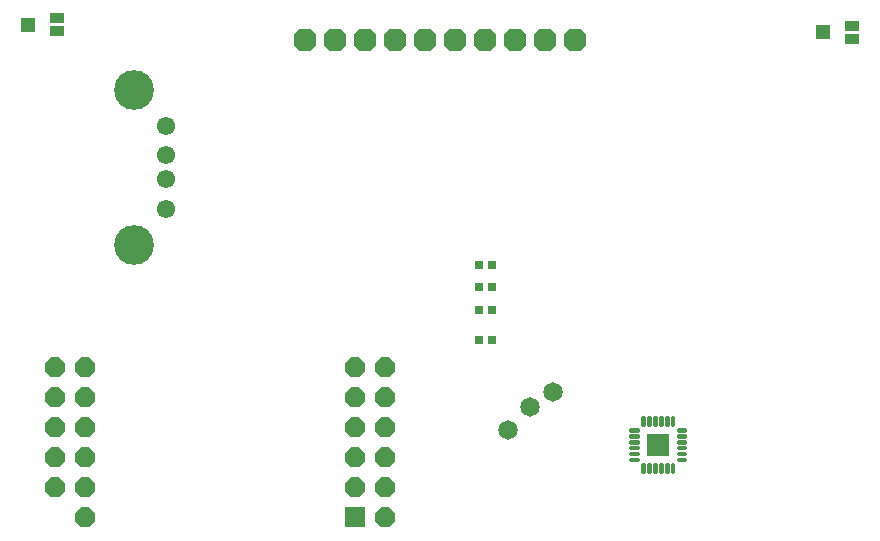
<source format=gbr>
G04 EAGLE Gerber RS-274X export*
G75*
%MOMM*%
%FSLAX34Y34*%
%LPD*%
%INSoldermask Bottom*%
%IPPOS*%
%AMOC8*
5,1,8,0,0,1.08239X$1,22.5*%
G01*
%ADD10C,0.294031*%
%ADD11R,1.930400X1.930400*%
%ADD12R,0.762000X0.660400*%
%ADD13C,1.652400*%
%ADD14P,2.089446X8X112.500000*%
%ADD15R,1.252400X0.952400*%
%ADD16R,1.252400X1.152400*%
%ADD17P,1.814519X8X112.500000*%
%ADD18R,1.676400X1.676400*%
%ADD19C,1.552400*%
%ADD20C,3.372400*%


D10*
X582092Y145158D02*
X575508Y145158D01*
X575508Y146542D01*
X582092Y146542D01*
X582092Y145158D01*
X582092Y140158D02*
X575508Y140158D01*
X575508Y141542D01*
X582092Y141542D01*
X582092Y140158D01*
X582092Y135158D02*
X575508Y135158D01*
X575508Y136542D01*
X582092Y136542D01*
X582092Y135158D01*
X582092Y130158D02*
X575508Y130158D01*
X575508Y131542D01*
X582092Y131542D01*
X582092Y130158D01*
X582092Y125158D02*
X575508Y125158D01*
X575508Y126542D01*
X582092Y126542D01*
X582092Y125158D01*
X582092Y120158D02*
X575508Y120158D01*
X575508Y121542D01*
X582092Y121542D01*
X582092Y120158D01*
X571992Y116642D02*
X571992Y110058D01*
X570608Y110058D01*
X570608Y116642D01*
X571992Y116642D01*
X571992Y112851D02*
X570608Y112851D01*
X570608Y115644D02*
X571992Y115644D01*
X566992Y116642D02*
X566992Y110058D01*
X565608Y110058D01*
X565608Y116642D01*
X566992Y116642D01*
X566992Y112851D02*
X565608Y112851D01*
X565608Y115644D02*
X566992Y115644D01*
X561992Y116642D02*
X561992Y110058D01*
X560608Y110058D01*
X560608Y116642D01*
X561992Y116642D01*
X561992Y112851D02*
X560608Y112851D01*
X560608Y115644D02*
X561992Y115644D01*
X556992Y116642D02*
X556992Y110058D01*
X555608Y110058D01*
X555608Y116642D01*
X556992Y116642D01*
X556992Y112851D02*
X555608Y112851D01*
X555608Y115644D02*
X556992Y115644D01*
X551992Y116642D02*
X551992Y110058D01*
X550608Y110058D01*
X550608Y116642D01*
X551992Y116642D01*
X551992Y112851D02*
X550608Y112851D01*
X550608Y115644D02*
X551992Y115644D01*
X546992Y116642D02*
X546992Y110058D01*
X545608Y110058D01*
X545608Y116642D01*
X546992Y116642D01*
X546992Y112851D02*
X545608Y112851D01*
X545608Y115644D02*
X546992Y115644D01*
X542092Y121542D02*
X535508Y121542D01*
X542092Y121542D02*
X542092Y120158D01*
X535508Y120158D01*
X535508Y121542D01*
X535508Y126542D02*
X542092Y126542D01*
X542092Y125158D01*
X535508Y125158D01*
X535508Y126542D01*
X535508Y131542D02*
X542092Y131542D01*
X542092Y130158D01*
X535508Y130158D01*
X535508Y131542D01*
X535508Y136542D02*
X542092Y136542D01*
X542092Y135158D01*
X535508Y135158D01*
X535508Y136542D01*
X535508Y141542D02*
X542092Y141542D01*
X542092Y140158D01*
X535508Y140158D01*
X535508Y141542D01*
X535508Y146542D02*
X542092Y146542D01*
X542092Y145158D01*
X535508Y145158D01*
X535508Y146542D01*
X545608Y150058D02*
X545608Y156642D01*
X546992Y156642D01*
X546992Y150058D01*
X545608Y150058D01*
X545608Y152851D02*
X546992Y152851D01*
X546992Y155644D02*
X545608Y155644D01*
X550608Y156642D02*
X550608Y150058D01*
X550608Y156642D02*
X551992Y156642D01*
X551992Y150058D01*
X550608Y150058D01*
X550608Y152851D02*
X551992Y152851D01*
X551992Y155644D02*
X550608Y155644D01*
X555608Y156642D02*
X555608Y150058D01*
X555608Y156642D02*
X556992Y156642D01*
X556992Y150058D01*
X555608Y150058D01*
X555608Y152851D02*
X556992Y152851D01*
X556992Y155644D02*
X555608Y155644D01*
X560608Y156642D02*
X560608Y150058D01*
X560608Y156642D02*
X561992Y156642D01*
X561992Y150058D01*
X560608Y150058D01*
X560608Y152851D02*
X561992Y152851D01*
X561992Y155644D02*
X560608Y155644D01*
X565608Y156642D02*
X565608Y150058D01*
X565608Y156642D02*
X566992Y156642D01*
X566992Y150058D01*
X565608Y150058D01*
X565608Y152851D02*
X566992Y152851D01*
X566992Y155644D02*
X565608Y155644D01*
X570608Y156642D02*
X570608Y150058D01*
X570608Y156642D02*
X571992Y156642D01*
X571992Y150058D01*
X570608Y150058D01*
X570608Y152851D02*
X571992Y152851D01*
X571992Y155644D02*
X570608Y155644D01*
D11*
X558800Y133350D03*
D12*
X407162Y285750D03*
X418338Y285750D03*
X407162Y266700D03*
X418338Y266700D03*
X407162Y247650D03*
X418338Y247650D03*
X407162Y222250D03*
X418338Y222250D03*
D13*
X450850Y165100D03*
X469900Y177800D03*
X431800Y146050D03*
D14*
X260350Y476250D03*
X285750Y476250D03*
X311150Y476250D03*
X336550Y476250D03*
X361950Y476250D03*
X387350Y476250D03*
X412750Y476250D03*
X438150Y476250D03*
X463550Y476250D03*
X488950Y476250D03*
D15*
X50350Y494450D03*
X50350Y483450D03*
D16*
X25850Y488950D03*
D15*
X723450Y488100D03*
X723450Y477100D03*
D16*
X698950Y482600D03*
D17*
X73400Y71800D03*
X48000Y97200D03*
X73400Y97200D03*
X48000Y122600D03*
X73400Y122600D03*
X48000Y148000D03*
X73400Y148000D03*
X48000Y173400D03*
X73400Y173400D03*
X48000Y198800D03*
X73400Y198800D03*
D18*
X302000Y71800D03*
D17*
X327400Y71800D03*
X302000Y97200D03*
X327400Y97200D03*
X302000Y122600D03*
X327400Y122600D03*
X302000Y148000D03*
X327400Y148000D03*
X302000Y173400D03*
X327400Y173400D03*
X302000Y198800D03*
X327400Y198800D03*
D19*
X142600Y333300D03*
X142600Y358300D03*
X142600Y378300D03*
X142600Y403300D03*
D20*
X115499Y302600D03*
X115499Y434000D03*
M02*

</source>
